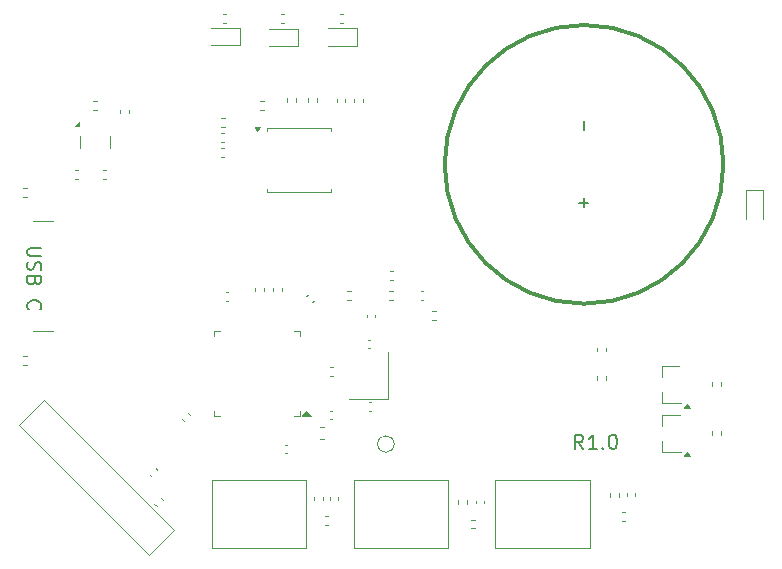
<source format=gbr>
%TF.GenerationSoftware,KiCad,Pcbnew,8.0.9-8.0.9-0~ubuntu24.04.1*%
%TF.CreationDate,2025-05-04T14:10:29+03:00*%
%TF.ProjectId,vario_kicad,76617269-6f5f-46b6-9963-61642e6b6963,rev?*%
%TF.SameCoordinates,Original*%
%TF.FileFunction,Legend,Top*%
%TF.FilePolarity,Positive*%
%FSLAX46Y46*%
G04 Gerber Fmt 4.6, Leading zero omitted, Abs format (unit mm)*
G04 Created by KiCad (PCBNEW 8.0.9-8.0.9-0~ubuntu24.04.1) date 2025-05-04 14:10:29*
%MOMM*%
%LPD*%
G01*
G04 APERTURE LIST*
%ADD10C,0.200000*%
%ADD11C,0.120000*%
%ADD12C,0.300000*%
%ADD13C,0.100000*%
G04 APERTURE END LIST*
D10*
X150423006Y-139342742D02*
X150023006Y-138771314D01*
X149737292Y-139342742D02*
X149737292Y-138142742D01*
X149737292Y-138142742D02*
X150194435Y-138142742D01*
X150194435Y-138142742D02*
X150308720Y-138199885D01*
X150308720Y-138199885D02*
X150365863Y-138257028D01*
X150365863Y-138257028D02*
X150423006Y-138371314D01*
X150423006Y-138371314D02*
X150423006Y-138542742D01*
X150423006Y-138542742D02*
X150365863Y-138657028D01*
X150365863Y-138657028D02*
X150308720Y-138714171D01*
X150308720Y-138714171D02*
X150194435Y-138771314D01*
X150194435Y-138771314D02*
X149737292Y-138771314D01*
X151565863Y-139342742D02*
X150880149Y-139342742D01*
X151223006Y-139342742D02*
X151223006Y-138142742D01*
X151223006Y-138142742D02*
X151108720Y-138314171D01*
X151108720Y-138314171D02*
X150994435Y-138428457D01*
X150994435Y-138428457D02*
X150880149Y-138485600D01*
X152080149Y-139228457D02*
X152137292Y-139285600D01*
X152137292Y-139285600D02*
X152080149Y-139342742D01*
X152080149Y-139342742D02*
X152023006Y-139285600D01*
X152023006Y-139285600D02*
X152080149Y-139228457D01*
X152080149Y-139228457D02*
X152080149Y-139342742D01*
X152880149Y-138142742D02*
X152994435Y-138142742D01*
X152994435Y-138142742D02*
X153108721Y-138199885D01*
X153108721Y-138199885D02*
X153165864Y-138257028D01*
X153165864Y-138257028D02*
X153223006Y-138371314D01*
X153223006Y-138371314D02*
X153280149Y-138599885D01*
X153280149Y-138599885D02*
X153280149Y-138885600D01*
X153280149Y-138885600D02*
X153223006Y-139114171D01*
X153223006Y-139114171D02*
X153165864Y-139228457D01*
X153165864Y-139228457D02*
X153108721Y-139285600D01*
X153108721Y-139285600D02*
X152994435Y-139342742D01*
X152994435Y-139342742D02*
X152880149Y-139342742D01*
X152880149Y-139342742D02*
X152765864Y-139285600D01*
X152765864Y-139285600D02*
X152708721Y-139228457D01*
X152708721Y-139228457D02*
X152651578Y-139114171D01*
X152651578Y-139114171D02*
X152594435Y-138885600D01*
X152594435Y-138885600D02*
X152594435Y-138599885D01*
X152594435Y-138599885D02*
X152651578Y-138371314D01*
X152651578Y-138371314D02*
X152708721Y-138257028D01*
X152708721Y-138257028D02*
X152765864Y-138199885D01*
X152765864Y-138199885D02*
X152880149Y-138142742D01*
X150486266Y-112380326D02*
X150486266Y-111618422D01*
X150486266Y-118880326D02*
X150486266Y-118118422D01*
X150867219Y-118499374D02*
X150105314Y-118499374D01*
X104552257Y-122317292D02*
X103580828Y-122317292D01*
X103580828Y-122317292D02*
X103466542Y-122374435D01*
X103466542Y-122374435D02*
X103409400Y-122431578D01*
X103409400Y-122431578D02*
X103352257Y-122545863D01*
X103352257Y-122545863D02*
X103352257Y-122774435D01*
X103352257Y-122774435D02*
X103409400Y-122888720D01*
X103409400Y-122888720D02*
X103466542Y-122945863D01*
X103466542Y-122945863D02*
X103580828Y-123003006D01*
X103580828Y-123003006D02*
X104552257Y-123003006D01*
X103409400Y-123517292D02*
X103352257Y-123688721D01*
X103352257Y-123688721D02*
X103352257Y-123974435D01*
X103352257Y-123974435D02*
X103409400Y-124088721D01*
X103409400Y-124088721D02*
X103466542Y-124145863D01*
X103466542Y-124145863D02*
X103580828Y-124203006D01*
X103580828Y-124203006D02*
X103695114Y-124203006D01*
X103695114Y-124203006D02*
X103809400Y-124145863D01*
X103809400Y-124145863D02*
X103866542Y-124088721D01*
X103866542Y-124088721D02*
X103923685Y-123974435D01*
X103923685Y-123974435D02*
X103980828Y-123745863D01*
X103980828Y-123745863D02*
X104037971Y-123631578D01*
X104037971Y-123631578D02*
X104095114Y-123574435D01*
X104095114Y-123574435D02*
X104209400Y-123517292D01*
X104209400Y-123517292D02*
X104323685Y-123517292D01*
X104323685Y-123517292D02*
X104437971Y-123574435D01*
X104437971Y-123574435D02*
X104495114Y-123631578D01*
X104495114Y-123631578D02*
X104552257Y-123745863D01*
X104552257Y-123745863D02*
X104552257Y-124031578D01*
X104552257Y-124031578D02*
X104495114Y-124203006D01*
X103980828Y-125117292D02*
X103923685Y-125288720D01*
X103923685Y-125288720D02*
X103866542Y-125345863D01*
X103866542Y-125345863D02*
X103752257Y-125403006D01*
X103752257Y-125403006D02*
X103580828Y-125403006D01*
X103580828Y-125403006D02*
X103466542Y-125345863D01*
X103466542Y-125345863D02*
X103409400Y-125288720D01*
X103409400Y-125288720D02*
X103352257Y-125174435D01*
X103352257Y-125174435D02*
X103352257Y-124717292D01*
X103352257Y-124717292D02*
X104552257Y-124717292D01*
X104552257Y-124717292D02*
X104552257Y-125117292D01*
X104552257Y-125117292D02*
X104495114Y-125231578D01*
X104495114Y-125231578D02*
X104437971Y-125288720D01*
X104437971Y-125288720D02*
X104323685Y-125345863D01*
X104323685Y-125345863D02*
X104209400Y-125345863D01*
X104209400Y-125345863D02*
X104095114Y-125288720D01*
X104095114Y-125288720D02*
X104037971Y-125231578D01*
X104037971Y-125231578D02*
X103980828Y-125117292D01*
X103980828Y-125117292D02*
X103980828Y-124717292D01*
X103466542Y-127517292D02*
X103409400Y-127460149D01*
X103409400Y-127460149D02*
X103352257Y-127288721D01*
X103352257Y-127288721D02*
X103352257Y-127174435D01*
X103352257Y-127174435D02*
X103409400Y-127003006D01*
X103409400Y-127003006D02*
X103523685Y-126888721D01*
X103523685Y-126888721D02*
X103637971Y-126831578D01*
X103637971Y-126831578D02*
X103866542Y-126774435D01*
X103866542Y-126774435D02*
X104037971Y-126774435D01*
X104037971Y-126774435D02*
X104266542Y-126831578D01*
X104266542Y-126831578D02*
X104380828Y-126888721D01*
X104380828Y-126888721D02*
X104495114Y-127003006D01*
X104495114Y-127003006D02*
X104552257Y-127174435D01*
X104552257Y-127174435D02*
X104552257Y-127288721D01*
X104552257Y-127288721D02*
X104495114Y-127460149D01*
X104495114Y-127460149D02*
X104437971Y-127517292D01*
D11*
%TO.C,R40*%
X152670000Y-143393641D02*
X152670000Y-143086359D01*
X153430000Y-143393641D02*
X153430000Y-143086359D01*
%TO.C,D2*%
X123815000Y-105225000D02*
X126275000Y-105225000D01*
X126275000Y-103755000D02*
X123815000Y-103755000D01*
X126275000Y-105225000D02*
X126275000Y-103755000D01*
%TO.C,C30*%
X126939190Y-126421693D02*
X127091693Y-126269190D01*
X127448307Y-126930810D02*
X127600810Y-126778307D01*
%TO.C,R37*%
X153993641Y-144650000D02*
X153686359Y-144650000D01*
X153993641Y-145410000D02*
X153686359Y-145410000D01*
%TO.C,R5*%
X119756359Y-111300000D02*
X120063641Y-111300000D01*
X119756359Y-112060000D02*
X120063641Y-112060000D01*
%TO.C,R4*%
X103313641Y-131460000D02*
X103006359Y-131460000D01*
X103313641Y-132220000D02*
X103006359Y-132220000D01*
%TO.C,C2*%
X107402164Y-115750000D02*
X107617836Y-115750000D01*
X107402164Y-116470000D02*
X107617836Y-116470000D01*
%TO.C,C1*%
X109997836Y-115740000D02*
X109782164Y-115740000D01*
X109997836Y-116460000D02*
X109782164Y-116460000D01*
%TO.C,C17*%
X141330000Y-143927836D02*
X141330000Y-143712164D01*
X142050000Y-143927836D02*
X142050000Y-143712164D01*
%TO.C,R36*%
X141253641Y-145320000D02*
X140946359Y-145320000D01*
X141253641Y-146080000D02*
X140946359Y-146080000D01*
%TO.C,R26*%
X114339940Y-144217341D02*
X114122659Y-144000060D01*
X114877341Y-143679940D02*
X114660060Y-143462659D01*
%TO.C,R22*%
X161340000Y-134023641D02*
X161340000Y-133716359D01*
X162100000Y-134023641D02*
X162100000Y-133716359D01*
%TO.C,R30*%
X129283641Y-132430000D02*
X128976359Y-132430000D01*
X129283641Y-133190000D02*
X128976359Y-133190000D01*
%TO.C,D3*%
X118895000Y-105145000D02*
X121355000Y-105145000D01*
X121355000Y-103675000D02*
X118895000Y-103675000D01*
X121355000Y-105145000D02*
X121355000Y-103675000D01*
%TO.C,R23*%
X161340000Y-138153641D02*
X161340000Y-137846359D01*
X162100000Y-138153641D02*
X162100000Y-137846359D01*
%TO.C,TP4*%
X134420000Y-138930000D02*
G75*
G02*
X133020000Y-138930000I-700000J0D01*
G01*
X133020000Y-138930000D02*
G75*
G02*
X134420000Y-138930000I700000J0D01*
G01*
D12*
%TO.C,LS1*%
X162300000Y-115250000D02*
G75*
G02*
X138700000Y-115250000I-11800000J0D01*
G01*
X138700000Y-115250000D02*
G75*
G02*
X162300000Y-115250000I11800000J0D01*
G01*
D11*
%TO.C,C13*%
X132477836Y-135370000D02*
X132262164Y-135370000D01*
X132477836Y-136090000D02*
X132262164Y-136090000D01*
%TO.C,R27*%
X128843641Y-145020000D02*
X128536359Y-145020000D01*
X128843641Y-145780000D02*
X128536359Y-145780000D01*
%TO.C,R25*%
X151620000Y-131093641D02*
X151620000Y-130786359D01*
X152380000Y-131093641D02*
X152380000Y-130786359D01*
%TO.C,R17*%
X137923641Y-127630000D02*
X137616359Y-127630000D01*
X137923641Y-128390000D02*
X137616359Y-128390000D01*
%TO.C,Q1*%
X157140000Y-136430000D02*
X157140000Y-137360000D01*
X157140000Y-136430000D02*
X158600000Y-136430000D01*
X157140000Y-139590000D02*
X157140000Y-138660000D01*
X157940000Y-139590000D02*
X157140000Y-139590000D01*
X157940000Y-139590000D02*
X158740000Y-139590000D01*
X159480000Y-139950000D02*
X159000000Y-139950000D01*
X159240000Y-139620000D01*
X159480000Y-139950000D01*
G36*
X159480000Y-139950000D02*
G01*
X159000000Y-139950000D01*
X159240000Y-139620000D01*
X159480000Y-139950000D01*
G37*
%TO.C,C8*%
X136877836Y-126010000D02*
X136662164Y-126010000D01*
X136877836Y-126730000D02*
X136662164Y-126730000D01*
%TO.C,R39*%
X139870000Y-143993641D02*
X139870000Y-143686359D01*
X140630000Y-143993641D02*
X140630000Y-143686359D01*
%TO.C,C24*%
X128962164Y-136120000D02*
X129177836Y-136120000D01*
X128962164Y-136840000D02*
X129177836Y-136840000D01*
%TO.C,R11*%
X127110000Y-109646359D02*
X127110000Y-109953641D01*
X127870000Y-109646359D02*
X127870000Y-109953641D01*
%TO.C,C20*%
X132182164Y-130120000D02*
X132397836Y-130120000D01*
X132182164Y-130840000D02*
X132397836Y-130840000D01*
%TO.C,R20*%
X134333641Y-125980000D02*
X134026359Y-125980000D01*
X134333641Y-126740000D02*
X134026359Y-126740000D01*
%TO.C,R19*%
X134353641Y-124270000D02*
X134046359Y-124270000D01*
X134353641Y-125030000D02*
X134046359Y-125030000D01*
%TO.C,R21*%
X130753641Y-125980000D02*
X130446359Y-125980000D01*
X130753641Y-126740000D02*
X130446359Y-126740000D01*
%TO.C,R8*%
X123403641Y-109920000D02*
X123096359Y-109920000D01*
X123403641Y-110680000D02*
X123096359Y-110680000D01*
%TO.C,Y2*%
X130630000Y-135100000D02*
X133930000Y-135100000D01*
X133930000Y-135100000D02*
X133930000Y-131100000D01*
%TO.C,S4*%
D13*
X119000000Y-142000000D02*
X127000000Y-142000000D01*
X127000000Y-147750000D01*
X119000000Y-147750000D01*
X119000000Y-142000000D01*
D11*
%TO.C,C3*%
X129580000Y-109927836D02*
X129580000Y-109712164D01*
X130300000Y-109927836D02*
X130300000Y-109712164D01*
%TO.C,R9*%
X124170000Y-126003641D02*
X124170000Y-125696359D01*
X124930000Y-126003641D02*
X124930000Y-125696359D01*
%TO.C,R7*%
X122620000Y-125993641D02*
X122620000Y-125686359D01*
X123380000Y-125993641D02*
X123380000Y-125686359D01*
%TO.C,R6*%
X119746359Y-113870000D02*
X120053641Y-113870000D01*
X119746359Y-114630000D02*
X120053641Y-114630000D01*
%TO.C,R12*%
X130133641Y-102490000D02*
X129826359Y-102490000D01*
X130133641Y-103250000D02*
X129826359Y-103250000D01*
%TO.C,R24*%
X151620000Y-133473641D02*
X151620000Y-133166359D01*
X152380000Y-133473641D02*
X152380000Y-133166359D01*
%TO.C,R1*%
X111200000Y-110616359D02*
X111200000Y-110923641D01*
X111960000Y-110616359D02*
X111960000Y-110923641D01*
%TO.C,R2*%
X108956359Y-109880000D02*
X109263641Y-109880000D01*
X108956359Y-110640000D02*
X109263641Y-110640000D01*
%TO.C,S5*%
D13*
X131000000Y-142000000D02*
X139000000Y-142000000D01*
X139000000Y-147750000D01*
X131000000Y-147750000D01*
X131000000Y-142000000D01*
D11*
%TO.C,U5*%
X119190000Y-129327500D02*
X119190000Y-129777500D01*
X119190000Y-136547500D02*
X119190000Y-136097500D01*
X119640000Y-129327500D02*
X119190000Y-129327500D01*
X119640000Y-136547500D02*
X119190000Y-136547500D01*
X125960000Y-129327500D02*
X126410000Y-129327500D01*
X125960000Y-136547500D02*
X126410000Y-136547500D01*
X126410000Y-129327500D02*
X126410000Y-129777500D01*
X126410000Y-136547500D02*
X126410000Y-136097500D01*
X127340000Y-136567500D02*
X126660000Y-136567500D01*
X127000000Y-136097500D01*
X127340000Y-136567500D01*
G36*
X127340000Y-136567500D02*
G01*
X126660000Y-136567500D01*
X127000000Y-136097500D01*
X127340000Y-136567500D01*
G37*
%TO.C,R14*%
X120213641Y-102490000D02*
X119906359Y-102490000D01*
X120213641Y-103250000D02*
X119906359Y-103250000D01*
%TO.C,R15*%
X103006359Y-117250000D02*
X103313641Y-117250000D01*
X103006359Y-118010000D02*
X103313641Y-118010000D01*
%TO.C,C4*%
X128183733Y-137500000D02*
X128476267Y-137500000D01*
X128183733Y-138520000D02*
X128476267Y-138520000D01*
%TO.C,R13*%
X125128641Y-102490000D02*
X124821359Y-102490000D01*
X125128641Y-103250000D02*
X124821359Y-103250000D01*
%TO.C,R3*%
X119746359Y-112560000D02*
X120053641Y-112560000D01*
X119746359Y-113320000D02*
X120053641Y-113320000D01*
%TO.C,C29*%
X116632282Y-136961399D02*
X116479779Y-136808896D01*
X117141399Y-136452282D02*
X116988896Y-136299779D01*
%TO.C,C21*%
X113709190Y-141508307D02*
X113861693Y-141660810D01*
X114218307Y-140999190D02*
X114370810Y-141151693D01*
%TO.C,C28*%
X154100000Y-143317836D02*
X154100000Y-143102164D01*
X154820000Y-143317836D02*
X154820000Y-143102164D01*
D13*
%TO.C,J2*%
X115760155Y-146188835D02*
X113638835Y-148310155D01*
X102678680Y-137350000D01*
X104800000Y-135228680D01*
X115760155Y-146188835D01*
D11*
%TO.C,U4*%
X103825000Y-120010000D02*
X105525000Y-120010000D01*
X103825000Y-129350000D02*
X105525000Y-129350000D01*
%TO.C,C10*%
X132110000Y-127972164D02*
X132110000Y-128187836D01*
X132830000Y-127972164D02*
X132830000Y-128187836D01*
%TO.C,U3*%
X123625000Y-112160000D02*
X123625000Y-112420000D01*
X123625000Y-117610000D02*
X123625000Y-117350000D01*
X126350000Y-112160000D02*
X123625000Y-112160000D01*
X126350000Y-112160000D02*
X129075000Y-112160000D01*
X126350000Y-117610000D02*
X123625000Y-117610000D01*
X126350000Y-117610000D02*
X129075000Y-117610000D01*
X129075000Y-112160000D02*
X129075000Y-112420000D01*
X129075000Y-117610000D02*
X129075000Y-117350000D01*
X122842500Y-112420000D02*
X122602500Y-112090000D01*
X123082500Y-112090000D01*
X122842500Y-112420000D01*
G36*
X122842500Y-112420000D02*
G01*
X122602500Y-112090000D01*
X123082500Y-112090000D01*
X122842500Y-112420000D01*
G37*
%TO.C,R38*%
X127610000Y-143703641D02*
X127610000Y-143396359D01*
X128370000Y-143703641D02*
X128370000Y-143396359D01*
%TO.C,S6*%
D13*
X143000000Y-142000000D02*
X151000000Y-142000000D01*
X151000000Y-147750000D01*
X143000000Y-147750000D01*
X143000000Y-142000000D01*
D11*
%TO.C,R10*%
X125330000Y-109656359D02*
X125330000Y-109963641D01*
X126090000Y-109656359D02*
X126090000Y-109963641D01*
%TO.C,D1*%
X128815000Y-105205000D02*
X131275000Y-105205000D01*
X131275000Y-103735000D02*
X128815000Y-103735000D01*
X131275000Y-105205000D02*
X131275000Y-103735000D01*
%TO.C,C16*%
X128960000Y-143637836D02*
X128960000Y-143422164D01*
X129680000Y-143637836D02*
X129680000Y-143422164D01*
%TO.C,C23*%
X120152164Y-126090000D02*
X120367836Y-126090000D01*
X120152164Y-126810000D02*
X120367836Y-126810000D01*
%TO.C,C15*%
X131040000Y-109927836D02*
X131040000Y-109712164D01*
X131760000Y-109927836D02*
X131760000Y-109712164D01*
%TO.C,D5*%
X164185000Y-117435000D02*
X164185000Y-119895000D01*
X165655000Y-117435000D02*
X164185000Y-117435000D01*
X165655000Y-119895000D02*
X165655000Y-117435000D01*
%TO.C,Q2*%
X157100000Y-132320000D02*
X157100000Y-133250000D01*
X157100000Y-132320000D02*
X158560000Y-132320000D01*
X157100000Y-135480000D02*
X157100000Y-134550000D01*
X157900000Y-135480000D02*
X157100000Y-135480000D01*
X157900000Y-135480000D02*
X158700000Y-135480000D01*
X159440000Y-135840000D02*
X158960000Y-135840000D01*
X159200000Y-135510000D01*
X159440000Y-135840000D01*
G36*
X159440000Y-135840000D02*
G01*
X158960000Y-135840000D01*
X159200000Y-135510000D01*
X159440000Y-135840000D01*
G37*
D13*
%TO.C,U2*%
X107845000Y-112855000D02*
X107845000Y-113855000D01*
X110345000Y-112855000D02*
X110345000Y-113855000D01*
D11*
X107745000Y-112005000D02*
X107385000Y-112005000D01*
X107745000Y-111645000D01*
X107745000Y-112005000D01*
G36*
X107745000Y-112005000D02*
G01*
X107385000Y-112005000D01*
X107745000Y-111645000D01*
X107745000Y-112005000D01*
G37*
%TO.C,C22*%
X125387836Y-139010000D02*
X125172164Y-139010000D01*
X125387836Y-139730000D02*
X125172164Y-139730000D01*
%TD*%
M02*

</source>
